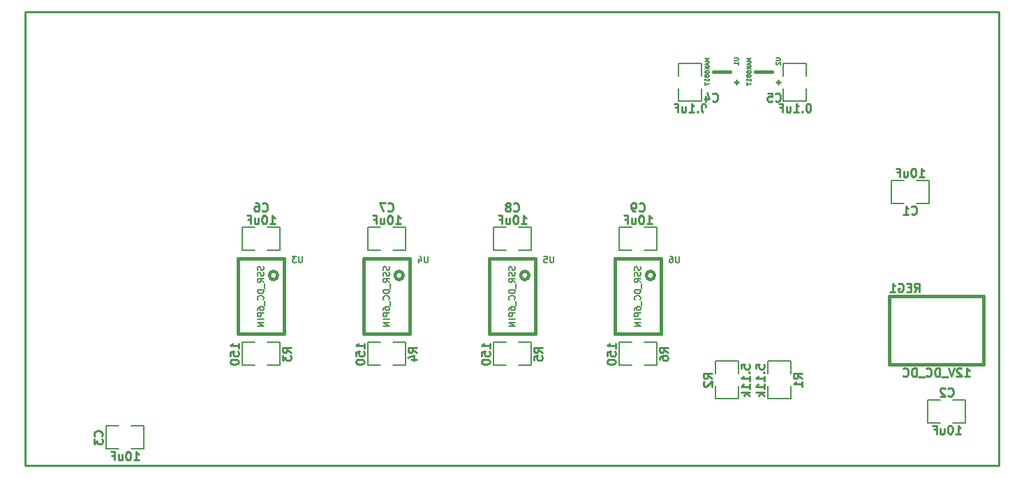
<source format=gbo>
G04 #@! TF.FileFunction,Legend,Bot*
%FSLAX46Y46*%
G04 Gerber Fmt 4.6, Leading zero omitted, Abs format (unit mm)*
G04 Created by KiCad (PCBNEW 0.201601280801+6517~42~ubuntu14.04.1-product) date Tue 09 Feb 2016 11:09:55 AM EST*
%MOMM*%
G01*
G04 APERTURE LIST*
%ADD10C,0.100000*%
%ADD11C,0.228600*%
%ADD12C,0.254000*%
%ADD13C,0.381000*%
%ADD14C,0.127000*%
%ADD15C,0.190500*%
%ADD16O,1.854200X2.540000*%
%ADD17R,1.854200X2.540000*%
%ADD18R,0.762000X1.534160*%
%ADD19R,1.270000X2.540000*%
%ADD20R,2.540000X1.270000*%
%ADD21C,1.930400*%
%ADD22O,4.572000X3.556000*%
%ADD23O,4.064000X5.080000*%
%ADD24O,5.080000X3.556000*%
%ADD25O,1.524000X2.540000*%
%ADD26C,3.937000*%
%ADD27O,2.540000X1.524000*%
%ADD28O,5.080000X3.048000*%
%ADD29O,2.032000X1.524000*%
%ADD30O,1.524000X2.032000*%
%ADD31O,4.648200X3.378200*%
%ADD32R,2.540000X2.540000*%
%ADD33O,2.540000X2.540000*%
%ADD34R,2.032000X2.032000*%
%ADD35C,2.032000*%
%ADD36R,2.032000X1.270000*%
%ADD37C,2.159000*%
G04 APERTURE END LIST*
D10*
D11*
X211455000Y-75311000D02*
X93345000Y-75311000D01*
X211455000Y-130429000D02*
X211455000Y-75311000D01*
X93345000Y-130429000D02*
X211455000Y-130429000D01*
X93345000Y-75311000D02*
X93345000Y-130429000D01*
D12*
X207270047Y-119585619D02*
X207850618Y-119585619D01*
X207560332Y-119585619D02*
X207560332Y-118569619D01*
X207657094Y-118714762D01*
X207753856Y-118811524D01*
X207850618Y-118859905D01*
X206882999Y-118666381D02*
X206834618Y-118618000D01*
X206737856Y-118569619D01*
X206495952Y-118569619D01*
X206399190Y-118618000D01*
X206350809Y-118666381D01*
X206302428Y-118763143D01*
X206302428Y-118859905D01*
X206350809Y-119005048D01*
X206931380Y-119585619D01*
X206302428Y-119585619D01*
X206012142Y-118569619D02*
X205673475Y-119585619D01*
X205334809Y-118569619D01*
X205238047Y-119682381D02*
X204463952Y-119682381D01*
X204222047Y-119585619D02*
X204222047Y-118569619D01*
X203980142Y-118569619D01*
X203835000Y-118618000D01*
X203738238Y-118714762D01*
X203689857Y-118811524D01*
X203641476Y-119005048D01*
X203641476Y-119150190D01*
X203689857Y-119343714D01*
X203738238Y-119440476D01*
X203835000Y-119537238D01*
X203980142Y-119585619D01*
X204222047Y-119585619D01*
X202625476Y-119488857D02*
X202673857Y-119537238D01*
X202819000Y-119585619D01*
X202915762Y-119585619D01*
X203060904Y-119537238D01*
X203157666Y-119440476D01*
X203206047Y-119343714D01*
X203254428Y-119150190D01*
X203254428Y-119005048D01*
X203206047Y-118811524D01*
X203157666Y-118714762D01*
X203060904Y-118618000D01*
X202915762Y-118569619D01*
X202819000Y-118569619D01*
X202673857Y-118618000D01*
X202625476Y-118666381D01*
X202431952Y-119682381D02*
X201657857Y-119682381D01*
X201415952Y-119585619D02*
X201415952Y-118569619D01*
X201174047Y-118569619D01*
X201028905Y-118618000D01*
X200932143Y-118714762D01*
X200883762Y-118811524D01*
X200835381Y-119005048D01*
X200835381Y-119150190D01*
X200883762Y-119343714D01*
X200932143Y-119440476D01*
X201028905Y-119537238D01*
X201174047Y-119585619D01*
X201415952Y-119585619D01*
X199819381Y-119488857D02*
X199867762Y-119537238D01*
X200012905Y-119585619D01*
X200109667Y-119585619D01*
X200254809Y-119537238D01*
X200351571Y-119440476D01*
X200399952Y-119343714D01*
X200448333Y-119150190D01*
X200448333Y-119005048D01*
X200399952Y-118811524D01*
X200351571Y-118714762D01*
X200254809Y-118618000D01*
X200109667Y-118569619D01*
X200012905Y-118569619D01*
X199867762Y-118618000D01*
X199819381Y-118666381D01*
D13*
X178816000Y-82550000D02*
X176784000Y-82550000D01*
D11*
X179578000Y-84074000D02*
X179578000Y-83566000D01*
X179832000Y-83820000D02*
X179324000Y-83820000D01*
D13*
X183896000Y-82550000D02*
X181864000Y-82550000D01*
D11*
X184658000Y-84074000D02*
X184658000Y-83566000D01*
X184912000Y-83820000D02*
X184404000Y-83820000D01*
D14*
X136398000Y-118237000D02*
X134874000Y-118237000D01*
X134874000Y-118237000D02*
X134874000Y-115443000D01*
X134874000Y-115443000D02*
X136398000Y-115443000D01*
X137922000Y-115443000D02*
X139446000Y-115443000D01*
X139446000Y-115443000D02*
X139446000Y-118237000D01*
X139446000Y-118237000D02*
X137922000Y-118237000D01*
X177038000Y-119253000D02*
X177038000Y-117729000D01*
X177038000Y-117729000D02*
X179832000Y-117729000D01*
X179832000Y-117729000D02*
X179832000Y-119253000D01*
X179832000Y-120777000D02*
X179832000Y-122301000D01*
X179832000Y-122301000D02*
X177038000Y-122301000D01*
X177038000Y-122301000D02*
X177038000Y-120777000D01*
X186182000Y-120777000D02*
X186182000Y-122301000D01*
X186182000Y-122301000D02*
X183388000Y-122301000D01*
X183388000Y-122301000D02*
X183388000Y-120777000D01*
X183388000Y-119253000D02*
X183388000Y-117729000D01*
X183388000Y-117729000D02*
X186182000Y-117729000D01*
X186182000Y-117729000D02*
X186182000Y-119253000D01*
X121158000Y-104267000D02*
X119634000Y-104267000D01*
X119634000Y-104267000D02*
X119634000Y-101473000D01*
X119634000Y-101473000D02*
X121158000Y-101473000D01*
X122682000Y-101473000D02*
X124206000Y-101473000D01*
X124206000Y-101473000D02*
X124206000Y-104267000D01*
X124206000Y-104267000D02*
X122682000Y-104267000D01*
X185293000Y-83058000D02*
X185293000Y-81534000D01*
X185293000Y-81534000D02*
X188087000Y-81534000D01*
X188087000Y-81534000D02*
X188087000Y-83058000D01*
X188087000Y-84582000D02*
X188087000Y-86106000D01*
X188087000Y-86106000D02*
X185293000Y-86106000D01*
X185293000Y-86106000D02*
X185293000Y-84582000D01*
X172593000Y-83058000D02*
X172593000Y-81534000D01*
X172593000Y-81534000D02*
X175387000Y-81534000D01*
X175387000Y-81534000D02*
X175387000Y-83058000D01*
X175387000Y-84582000D02*
X175387000Y-86106000D01*
X175387000Y-86106000D02*
X172593000Y-86106000D01*
X172593000Y-86106000D02*
X172593000Y-84582000D01*
X106172000Y-125603000D02*
X107696000Y-125603000D01*
X107696000Y-125603000D02*
X107696000Y-128397000D01*
X107696000Y-128397000D02*
X106172000Y-128397000D01*
X104648000Y-128397000D02*
X103124000Y-128397000D01*
X103124000Y-128397000D02*
X103124000Y-125603000D01*
X103124000Y-125603000D02*
X104648000Y-125603000D01*
X205867000Y-122428000D02*
X207391000Y-122428000D01*
X207391000Y-122428000D02*
X207391000Y-125222000D01*
X207391000Y-125222000D02*
X205867000Y-125222000D01*
X204343000Y-125222000D02*
X202819000Y-125222000D01*
X202819000Y-125222000D02*
X202819000Y-122428000D01*
X202819000Y-122428000D02*
X204343000Y-122428000D01*
X199898000Y-98552000D02*
X198374000Y-98552000D01*
X198374000Y-98552000D02*
X198374000Y-95758000D01*
X198374000Y-95758000D02*
X199898000Y-95758000D01*
X201422000Y-95758000D02*
X202946000Y-95758000D01*
X202946000Y-95758000D02*
X202946000Y-98552000D01*
X202946000Y-98552000D02*
X201422000Y-98552000D01*
D13*
X209550000Y-109855000D02*
X209550000Y-118110000D01*
X209550000Y-118110000D02*
X198120000Y-118110000D01*
X198120000Y-118110000D02*
X198120000Y-109855000D01*
X198120000Y-109855000D02*
X209550000Y-109855000D01*
D14*
X151638000Y-118237000D02*
X150114000Y-118237000D01*
X150114000Y-118237000D02*
X150114000Y-115443000D01*
X150114000Y-115443000D02*
X151638000Y-115443000D01*
X153162000Y-115443000D02*
X154686000Y-115443000D01*
X154686000Y-115443000D02*
X154686000Y-118237000D01*
X154686000Y-118237000D02*
X153162000Y-118237000D01*
X136398000Y-104267000D02*
X134874000Y-104267000D01*
X134874000Y-104267000D02*
X134874000Y-101473000D01*
X134874000Y-101473000D02*
X136398000Y-101473000D01*
X137922000Y-101473000D02*
X139446000Y-101473000D01*
X139446000Y-101473000D02*
X139446000Y-104267000D01*
X139446000Y-104267000D02*
X137922000Y-104267000D01*
X151638000Y-104267000D02*
X150114000Y-104267000D01*
X150114000Y-104267000D02*
X150114000Y-101473000D01*
X150114000Y-101473000D02*
X151638000Y-101473000D01*
X153162000Y-101473000D02*
X154686000Y-101473000D01*
X154686000Y-101473000D02*
X154686000Y-104267000D01*
X154686000Y-104267000D02*
X153162000Y-104267000D01*
X121158000Y-118237000D02*
X119634000Y-118237000D01*
X119634000Y-118237000D02*
X119634000Y-115443000D01*
X119634000Y-115443000D02*
X121158000Y-115443000D01*
X122682000Y-115443000D02*
X124206000Y-115443000D01*
X124206000Y-115443000D02*
X124206000Y-118237000D01*
X124206000Y-118237000D02*
X122682000Y-118237000D01*
X166878000Y-104267000D02*
X165354000Y-104267000D01*
X165354000Y-104267000D02*
X165354000Y-101473000D01*
X165354000Y-101473000D02*
X166878000Y-101473000D01*
X168402000Y-101473000D02*
X169926000Y-101473000D01*
X169926000Y-101473000D02*
X169926000Y-104267000D01*
X169926000Y-104267000D02*
X168402000Y-104267000D01*
X166878000Y-118237000D02*
X165354000Y-118237000D01*
X165354000Y-118237000D02*
X165354000Y-115443000D01*
X165354000Y-115443000D02*
X166878000Y-115443000D01*
X168402000Y-115443000D02*
X169926000Y-115443000D01*
X169926000Y-115443000D02*
X169926000Y-118237000D01*
X169926000Y-118237000D02*
X168402000Y-118237000D01*
D13*
X123952000Y-107315000D02*
G75*
G03X123952000Y-107315000I-508000J0D01*
G01*
X124714000Y-105283000D02*
X124714000Y-114427000D01*
X124714000Y-114427000D02*
X119126000Y-114427000D01*
X119126000Y-114427000D02*
X119126000Y-105283000D01*
X119126000Y-105283000D02*
X124714000Y-105283000D01*
X139192000Y-107315000D02*
G75*
G03X139192000Y-107315000I-508000J0D01*
G01*
X139954000Y-105283000D02*
X139954000Y-114427000D01*
X139954000Y-114427000D02*
X134366000Y-114427000D01*
X134366000Y-114427000D02*
X134366000Y-105283000D01*
X134366000Y-105283000D02*
X139954000Y-105283000D01*
X154432000Y-107315000D02*
G75*
G03X154432000Y-107315000I-508000J0D01*
G01*
X155194000Y-105283000D02*
X155194000Y-114427000D01*
X155194000Y-114427000D02*
X149606000Y-114427000D01*
X149606000Y-114427000D02*
X149606000Y-105283000D01*
X149606000Y-105283000D02*
X155194000Y-105283000D01*
X169672000Y-107315000D02*
G75*
G03X169672000Y-107315000I-508000J0D01*
G01*
X170434000Y-105283000D02*
X170434000Y-114427000D01*
X170434000Y-114427000D02*
X164846000Y-114427000D01*
X164846000Y-114427000D02*
X164846000Y-105283000D01*
X164846000Y-105283000D02*
X170434000Y-105283000D01*
D14*
X179299810Y-80892952D02*
X179711048Y-80892952D01*
X179759429Y-80917143D01*
X179783619Y-80941333D01*
X179807810Y-80989714D01*
X179807810Y-81086476D01*
X179783619Y-81134857D01*
X179759429Y-81159048D01*
X179711048Y-81183238D01*
X179299810Y-81183238D01*
X179807810Y-81691238D02*
X179807810Y-81400952D01*
X179807810Y-81546095D02*
X179299810Y-81546095D01*
X179372381Y-81497714D01*
X179420762Y-81449333D01*
X179444952Y-81400952D01*
X176251810Y-80953427D02*
X175743810Y-80953427D01*
X176106667Y-81122761D01*
X175743810Y-81292094D01*
X176251810Y-81292094D01*
X176106667Y-81509808D02*
X176106667Y-81751713D01*
X176251810Y-81461427D02*
X175743810Y-81630760D01*
X176251810Y-81800094D01*
X175743810Y-81921046D02*
X176251810Y-82259713D01*
X175743810Y-82259713D02*
X176251810Y-81921046D01*
X175743810Y-82670952D02*
X175743810Y-82574190D01*
X175768000Y-82525809D01*
X175792190Y-82501618D01*
X175864762Y-82453237D01*
X175961524Y-82429047D01*
X176155048Y-82429047D01*
X176203429Y-82453237D01*
X176227619Y-82477428D01*
X176251810Y-82525809D01*
X176251810Y-82622571D01*
X176227619Y-82670952D01*
X176203429Y-82695142D01*
X176155048Y-82719333D01*
X176034095Y-82719333D01*
X175985714Y-82695142D01*
X175961524Y-82670952D01*
X175937333Y-82622571D01*
X175937333Y-82525809D01*
X175961524Y-82477428D01*
X175985714Y-82453237D01*
X176034095Y-82429047D01*
X175961524Y-83009619D02*
X175937333Y-82961238D01*
X175913143Y-82937047D01*
X175864762Y-82912857D01*
X175840571Y-82912857D01*
X175792190Y-82937047D01*
X175768000Y-82961238D01*
X175743810Y-83009619D01*
X175743810Y-83106381D01*
X175768000Y-83154762D01*
X175792190Y-83178952D01*
X175840571Y-83203143D01*
X175864762Y-83203143D01*
X175913143Y-83178952D01*
X175937333Y-83154762D01*
X175961524Y-83106381D01*
X175961524Y-83009619D01*
X175985714Y-82961238D01*
X176009905Y-82937047D01*
X176058286Y-82912857D01*
X176155048Y-82912857D01*
X176203429Y-82937047D01*
X176227619Y-82961238D01*
X176251810Y-83009619D01*
X176251810Y-83106381D01*
X176227619Y-83154762D01*
X176203429Y-83178952D01*
X176155048Y-83203143D01*
X176058286Y-83203143D01*
X176009905Y-83178952D01*
X175985714Y-83154762D01*
X175961524Y-83106381D01*
X176251810Y-83686953D02*
X176251810Y-83396667D01*
X176251810Y-83541810D02*
X175743810Y-83541810D01*
X175816381Y-83493429D01*
X175864762Y-83445048D01*
X175888952Y-83396667D01*
X175743810Y-83856286D02*
X175743810Y-84194953D01*
X176251810Y-83977239D01*
X184379810Y-80892952D02*
X184791048Y-80892952D01*
X184839429Y-80917143D01*
X184863619Y-80941333D01*
X184887810Y-80989714D01*
X184887810Y-81086476D01*
X184863619Y-81134857D01*
X184839429Y-81159048D01*
X184791048Y-81183238D01*
X184379810Y-81183238D01*
X184428190Y-81400952D02*
X184404000Y-81425142D01*
X184379810Y-81473523D01*
X184379810Y-81594476D01*
X184404000Y-81642857D01*
X184428190Y-81667047D01*
X184476571Y-81691238D01*
X184524952Y-81691238D01*
X184597524Y-81667047D01*
X184887810Y-81376761D01*
X184887810Y-81691238D01*
X181331810Y-80953427D02*
X180823810Y-80953427D01*
X181186667Y-81122761D01*
X180823810Y-81292094D01*
X181331810Y-81292094D01*
X181186667Y-81509808D02*
X181186667Y-81751713D01*
X181331810Y-81461427D02*
X180823810Y-81630760D01*
X181331810Y-81800094D01*
X180823810Y-81921046D02*
X181331810Y-82259713D01*
X180823810Y-82259713D02*
X181331810Y-81921046D01*
X180823810Y-82670952D02*
X180823810Y-82574190D01*
X180848000Y-82525809D01*
X180872190Y-82501618D01*
X180944762Y-82453237D01*
X181041524Y-82429047D01*
X181235048Y-82429047D01*
X181283429Y-82453237D01*
X181307619Y-82477428D01*
X181331810Y-82525809D01*
X181331810Y-82622571D01*
X181307619Y-82670952D01*
X181283429Y-82695142D01*
X181235048Y-82719333D01*
X181114095Y-82719333D01*
X181065714Y-82695142D01*
X181041524Y-82670952D01*
X181017333Y-82622571D01*
X181017333Y-82525809D01*
X181041524Y-82477428D01*
X181065714Y-82453237D01*
X181114095Y-82429047D01*
X181041524Y-83009619D02*
X181017333Y-82961238D01*
X180993143Y-82937047D01*
X180944762Y-82912857D01*
X180920571Y-82912857D01*
X180872190Y-82937047D01*
X180848000Y-82961238D01*
X180823810Y-83009619D01*
X180823810Y-83106381D01*
X180848000Y-83154762D01*
X180872190Y-83178952D01*
X180920571Y-83203143D01*
X180944762Y-83203143D01*
X180993143Y-83178952D01*
X181017333Y-83154762D01*
X181041524Y-83106381D01*
X181041524Y-83009619D01*
X181065714Y-82961238D01*
X181089905Y-82937047D01*
X181138286Y-82912857D01*
X181235048Y-82912857D01*
X181283429Y-82937047D01*
X181307619Y-82961238D01*
X181331810Y-83009619D01*
X181331810Y-83106381D01*
X181307619Y-83154762D01*
X181283429Y-83178952D01*
X181235048Y-83203143D01*
X181138286Y-83203143D01*
X181089905Y-83178952D01*
X181065714Y-83154762D01*
X181041524Y-83106381D01*
X181331810Y-83686953D02*
X181331810Y-83396667D01*
X181331810Y-83541810D02*
X180823810Y-83541810D01*
X180896381Y-83493429D01*
X180944762Y-83445048D01*
X180968952Y-83396667D01*
X180823810Y-83856286D02*
X180823810Y-84194953D01*
X181331810Y-83977239D01*
D12*
X140794619Y-116670667D02*
X140310810Y-116332001D01*
X140794619Y-116090096D02*
X139778619Y-116090096D01*
X139778619Y-116477143D01*
X139827000Y-116573905D01*
X139875381Y-116622286D01*
X139972143Y-116670667D01*
X140117286Y-116670667D01*
X140214048Y-116622286D01*
X140262429Y-116573905D01*
X140310810Y-116477143D01*
X140310810Y-116090096D01*
X140117286Y-117541524D02*
X140794619Y-117541524D01*
X139730238Y-117299620D02*
X140455952Y-117057715D01*
X140455952Y-117686667D01*
X134444619Y-116162667D02*
X134444619Y-115582096D01*
X134444619Y-115872382D02*
X133428619Y-115872382D01*
X133573762Y-115775620D01*
X133670524Y-115678858D01*
X133718905Y-115582096D01*
X133428619Y-117081905D02*
X133428619Y-116598096D01*
X133912429Y-116549715D01*
X133864048Y-116598096D01*
X133815667Y-116694858D01*
X133815667Y-116936762D01*
X133864048Y-117033524D01*
X133912429Y-117081905D01*
X134009190Y-117130286D01*
X134251095Y-117130286D01*
X134347857Y-117081905D01*
X134396238Y-117033524D01*
X134444619Y-116936762D01*
X134444619Y-116694858D01*
X134396238Y-116598096D01*
X134347857Y-116549715D01*
X133428619Y-117759239D02*
X133428619Y-117856000D01*
X133477000Y-117952762D01*
X133525381Y-118001143D01*
X133622143Y-118049524D01*
X133815667Y-118097905D01*
X134057571Y-118097905D01*
X134251095Y-118049524D01*
X134347857Y-118001143D01*
X134396238Y-117952762D01*
X134444619Y-117856000D01*
X134444619Y-117759239D01*
X134396238Y-117662477D01*
X134347857Y-117614096D01*
X134251095Y-117565715D01*
X134057571Y-117517334D01*
X133815667Y-117517334D01*
X133622143Y-117565715D01*
X133525381Y-117614096D01*
X133477000Y-117662477D01*
X133428619Y-117759239D01*
X176608619Y-119845667D02*
X176124810Y-119507001D01*
X176608619Y-119265096D02*
X175592619Y-119265096D01*
X175592619Y-119652143D01*
X175641000Y-119748905D01*
X175689381Y-119797286D01*
X175786143Y-119845667D01*
X175931286Y-119845667D01*
X176028048Y-119797286D01*
X176076429Y-119748905D01*
X176124810Y-119652143D01*
X176124810Y-119265096D01*
X175689381Y-120232715D02*
X175641000Y-120281096D01*
X175592619Y-120377858D01*
X175592619Y-120619762D01*
X175641000Y-120716524D01*
X175689381Y-120764905D01*
X175786143Y-120813286D01*
X175882905Y-120813286D01*
X176028048Y-120764905D01*
X176608619Y-120184334D01*
X176608619Y-120813286D01*
X180164619Y-118636143D02*
X180164619Y-118152334D01*
X180648429Y-118103953D01*
X180600048Y-118152334D01*
X180551667Y-118249096D01*
X180551667Y-118491000D01*
X180600048Y-118587762D01*
X180648429Y-118636143D01*
X180745190Y-118684524D01*
X180987095Y-118684524D01*
X181083857Y-118636143D01*
X181132238Y-118587762D01*
X181180619Y-118491000D01*
X181180619Y-118249096D01*
X181132238Y-118152334D01*
X181083857Y-118103953D01*
X181083857Y-119119953D02*
X181132238Y-119168334D01*
X181180619Y-119119953D01*
X181132238Y-119071572D01*
X181083857Y-119119953D01*
X181180619Y-119119953D01*
X181180619Y-120135953D02*
X181180619Y-119555382D01*
X181180619Y-119845668D02*
X180164619Y-119845668D01*
X180309762Y-119748906D01*
X180406524Y-119652144D01*
X180454905Y-119555382D01*
X181180619Y-121103572D02*
X181180619Y-120523001D01*
X181180619Y-120813287D02*
X180164619Y-120813287D01*
X180309762Y-120716525D01*
X180406524Y-120619763D01*
X180454905Y-120523001D01*
X181180619Y-121539001D02*
X180164619Y-121539001D01*
X180793571Y-121635763D02*
X181180619Y-121926048D01*
X180503286Y-121926048D02*
X180890333Y-121539001D01*
X187530619Y-119845667D02*
X187046810Y-119507001D01*
X187530619Y-119265096D02*
X186514619Y-119265096D01*
X186514619Y-119652143D01*
X186563000Y-119748905D01*
X186611381Y-119797286D01*
X186708143Y-119845667D01*
X186853286Y-119845667D01*
X186950048Y-119797286D01*
X186998429Y-119748905D01*
X187046810Y-119652143D01*
X187046810Y-119265096D01*
X187530619Y-120813286D02*
X187530619Y-120232715D01*
X187530619Y-120523001D02*
X186514619Y-120523001D01*
X186659762Y-120426239D01*
X186756524Y-120329477D01*
X186804905Y-120232715D01*
X181942619Y-118636143D02*
X181942619Y-118152334D01*
X182426429Y-118103953D01*
X182378048Y-118152334D01*
X182329667Y-118249096D01*
X182329667Y-118491000D01*
X182378048Y-118587762D01*
X182426429Y-118636143D01*
X182523190Y-118684524D01*
X182765095Y-118684524D01*
X182861857Y-118636143D01*
X182910238Y-118587762D01*
X182958619Y-118491000D01*
X182958619Y-118249096D01*
X182910238Y-118152334D01*
X182861857Y-118103953D01*
X182861857Y-119119953D02*
X182910238Y-119168334D01*
X182958619Y-119119953D01*
X182910238Y-119071572D01*
X182861857Y-119119953D01*
X182958619Y-119119953D01*
X182958619Y-120135953D02*
X182958619Y-119555382D01*
X182958619Y-119845668D02*
X181942619Y-119845668D01*
X182087762Y-119748906D01*
X182184524Y-119652144D01*
X182232905Y-119555382D01*
X182958619Y-121103572D02*
X182958619Y-120523001D01*
X182958619Y-120813287D02*
X181942619Y-120813287D01*
X182087762Y-120716525D01*
X182184524Y-120619763D01*
X182232905Y-120523001D01*
X182958619Y-121539001D02*
X181942619Y-121539001D01*
X182571571Y-121635763D02*
X182958619Y-121926048D01*
X182281286Y-121926048D02*
X182668333Y-121539001D01*
X122089333Y-99422857D02*
X122137714Y-99471238D01*
X122282857Y-99519619D01*
X122379619Y-99519619D01*
X122524761Y-99471238D01*
X122621523Y-99374476D01*
X122669904Y-99277714D01*
X122718285Y-99084190D01*
X122718285Y-98939048D01*
X122669904Y-98745524D01*
X122621523Y-98648762D01*
X122524761Y-98552000D01*
X122379619Y-98503619D01*
X122282857Y-98503619D01*
X122137714Y-98552000D01*
X122089333Y-98600381D01*
X121218476Y-98503619D02*
X121411999Y-98503619D01*
X121508761Y-98552000D01*
X121557142Y-98600381D01*
X121653904Y-98745524D01*
X121702285Y-98939048D01*
X121702285Y-99326095D01*
X121653904Y-99422857D01*
X121605523Y-99471238D01*
X121508761Y-99519619D01*
X121315238Y-99519619D01*
X121218476Y-99471238D01*
X121170095Y-99422857D01*
X121121714Y-99326095D01*
X121121714Y-99084190D01*
X121170095Y-98987429D01*
X121218476Y-98939048D01*
X121315238Y-98890667D01*
X121508761Y-98890667D01*
X121605523Y-98939048D01*
X121653904Y-98987429D01*
X121702285Y-99084190D01*
X123008571Y-101043619D02*
X123589142Y-101043619D01*
X123298856Y-101043619D02*
X123298856Y-100027619D01*
X123395618Y-100172762D01*
X123492380Y-100269524D01*
X123589142Y-100317905D01*
X122379618Y-100027619D02*
X122282857Y-100027619D01*
X122186095Y-100076000D01*
X122137714Y-100124381D01*
X122089333Y-100221143D01*
X122040952Y-100414667D01*
X122040952Y-100656571D01*
X122089333Y-100850095D01*
X122137714Y-100946857D01*
X122186095Y-100995238D01*
X122282857Y-101043619D01*
X122379618Y-101043619D01*
X122476380Y-100995238D01*
X122524761Y-100946857D01*
X122573142Y-100850095D01*
X122621523Y-100656571D01*
X122621523Y-100414667D01*
X122573142Y-100221143D01*
X122524761Y-100124381D01*
X122476380Y-100076000D01*
X122379618Y-100027619D01*
X121170095Y-100366286D02*
X121170095Y-101043619D01*
X121605523Y-100366286D02*
X121605523Y-100898476D01*
X121557142Y-100995238D01*
X121460380Y-101043619D01*
X121315238Y-101043619D01*
X121218476Y-100995238D01*
X121170095Y-100946857D01*
X120347619Y-100511429D02*
X120686285Y-100511429D01*
X120686285Y-101043619D02*
X120686285Y-100027619D01*
X120202476Y-100027619D01*
X184319333Y-86087857D02*
X184367714Y-86136238D01*
X184512857Y-86184619D01*
X184609619Y-86184619D01*
X184754761Y-86136238D01*
X184851523Y-86039476D01*
X184899904Y-85942714D01*
X184948285Y-85749190D01*
X184948285Y-85604048D01*
X184899904Y-85410524D01*
X184851523Y-85313762D01*
X184754761Y-85217000D01*
X184609619Y-85168619D01*
X184512857Y-85168619D01*
X184367714Y-85217000D01*
X184319333Y-85265381D01*
X183400095Y-85168619D02*
X183883904Y-85168619D01*
X183932285Y-85652429D01*
X183883904Y-85604048D01*
X183787142Y-85555667D01*
X183545238Y-85555667D01*
X183448476Y-85604048D01*
X183400095Y-85652429D01*
X183351714Y-85749190D01*
X183351714Y-85991095D01*
X183400095Y-86087857D01*
X183448476Y-86136238D01*
X183545238Y-86184619D01*
X183787142Y-86184619D01*
X183883904Y-86136238D01*
X183932285Y-86087857D01*
X188359142Y-86438619D02*
X188262381Y-86438619D01*
X188165619Y-86487000D01*
X188117238Y-86535381D01*
X188068857Y-86632143D01*
X188020476Y-86825667D01*
X188020476Y-87067571D01*
X188068857Y-87261095D01*
X188117238Y-87357857D01*
X188165619Y-87406238D01*
X188262381Y-87454619D01*
X188359142Y-87454619D01*
X188455904Y-87406238D01*
X188504285Y-87357857D01*
X188552666Y-87261095D01*
X188601047Y-87067571D01*
X188601047Y-86825667D01*
X188552666Y-86632143D01*
X188504285Y-86535381D01*
X188455904Y-86487000D01*
X188359142Y-86438619D01*
X187585047Y-87357857D02*
X187536666Y-87406238D01*
X187585047Y-87454619D01*
X187633428Y-87406238D01*
X187585047Y-87357857D01*
X187585047Y-87454619D01*
X186569047Y-87454619D02*
X187149618Y-87454619D01*
X186859332Y-87454619D02*
X186859332Y-86438619D01*
X186956094Y-86583762D01*
X187052856Y-86680524D01*
X187149618Y-86728905D01*
X185698190Y-86777286D02*
X185698190Y-87454619D01*
X186133618Y-86777286D02*
X186133618Y-87309476D01*
X186085237Y-87406238D01*
X185988475Y-87454619D01*
X185843333Y-87454619D01*
X185746571Y-87406238D01*
X185698190Y-87357857D01*
X184875714Y-86922429D02*
X185214380Y-86922429D01*
X185214380Y-87454619D02*
X185214380Y-86438619D01*
X184730571Y-86438619D01*
X176699333Y-86087857D02*
X176747714Y-86136238D01*
X176892857Y-86184619D01*
X176989619Y-86184619D01*
X177134761Y-86136238D01*
X177231523Y-86039476D01*
X177279904Y-85942714D01*
X177328285Y-85749190D01*
X177328285Y-85604048D01*
X177279904Y-85410524D01*
X177231523Y-85313762D01*
X177134761Y-85217000D01*
X176989619Y-85168619D01*
X176892857Y-85168619D01*
X176747714Y-85217000D01*
X176699333Y-85265381D01*
X175828476Y-85507286D02*
X175828476Y-86184619D01*
X176070380Y-85120238D02*
X176312285Y-85845952D01*
X175683333Y-85845952D01*
X175659142Y-86438619D02*
X175562381Y-86438619D01*
X175465619Y-86487000D01*
X175417238Y-86535381D01*
X175368857Y-86632143D01*
X175320476Y-86825667D01*
X175320476Y-87067571D01*
X175368857Y-87261095D01*
X175417238Y-87357857D01*
X175465619Y-87406238D01*
X175562381Y-87454619D01*
X175659142Y-87454619D01*
X175755904Y-87406238D01*
X175804285Y-87357857D01*
X175852666Y-87261095D01*
X175901047Y-87067571D01*
X175901047Y-86825667D01*
X175852666Y-86632143D01*
X175804285Y-86535381D01*
X175755904Y-86487000D01*
X175659142Y-86438619D01*
X174885047Y-87357857D02*
X174836666Y-87406238D01*
X174885047Y-87454619D01*
X174933428Y-87406238D01*
X174885047Y-87357857D01*
X174885047Y-87454619D01*
X173869047Y-87454619D02*
X174449618Y-87454619D01*
X174159332Y-87454619D02*
X174159332Y-86438619D01*
X174256094Y-86583762D01*
X174352856Y-86680524D01*
X174449618Y-86728905D01*
X172998190Y-86777286D02*
X172998190Y-87454619D01*
X173433618Y-86777286D02*
X173433618Y-87309476D01*
X173385237Y-87406238D01*
X173288475Y-87454619D01*
X173143333Y-87454619D01*
X173046571Y-87406238D01*
X172998190Y-87357857D01*
X172175714Y-86922429D02*
X172514380Y-86922429D01*
X172514380Y-87454619D02*
X172514380Y-86438619D01*
X172030571Y-86438619D01*
X102597857Y-126830667D02*
X102646238Y-126782286D01*
X102694619Y-126637143D01*
X102694619Y-126540381D01*
X102646238Y-126395239D01*
X102549476Y-126298477D01*
X102452714Y-126250096D01*
X102259190Y-126201715D01*
X102114048Y-126201715D01*
X101920524Y-126250096D01*
X101823762Y-126298477D01*
X101727000Y-126395239D01*
X101678619Y-126540381D01*
X101678619Y-126637143D01*
X101727000Y-126782286D01*
X101775381Y-126830667D01*
X101678619Y-127169334D02*
X101678619Y-127798286D01*
X102065667Y-127459620D01*
X102065667Y-127604762D01*
X102114048Y-127701524D01*
X102162429Y-127749905D01*
X102259190Y-127798286D01*
X102501095Y-127798286D01*
X102597857Y-127749905D01*
X102646238Y-127701524D01*
X102694619Y-127604762D01*
X102694619Y-127314477D01*
X102646238Y-127217715D01*
X102597857Y-127169334D01*
X106498571Y-129745619D02*
X107079142Y-129745619D01*
X106788856Y-129745619D02*
X106788856Y-128729619D01*
X106885618Y-128874762D01*
X106982380Y-128971524D01*
X107079142Y-129019905D01*
X105869618Y-128729619D02*
X105772857Y-128729619D01*
X105676095Y-128778000D01*
X105627714Y-128826381D01*
X105579333Y-128923143D01*
X105530952Y-129116667D01*
X105530952Y-129358571D01*
X105579333Y-129552095D01*
X105627714Y-129648857D01*
X105676095Y-129697238D01*
X105772857Y-129745619D01*
X105869618Y-129745619D01*
X105966380Y-129697238D01*
X106014761Y-129648857D01*
X106063142Y-129552095D01*
X106111523Y-129358571D01*
X106111523Y-129116667D01*
X106063142Y-128923143D01*
X106014761Y-128826381D01*
X105966380Y-128778000D01*
X105869618Y-128729619D01*
X104660095Y-129068286D02*
X104660095Y-129745619D01*
X105095523Y-129068286D02*
X105095523Y-129600476D01*
X105047142Y-129697238D01*
X104950380Y-129745619D01*
X104805238Y-129745619D01*
X104708476Y-129697238D01*
X104660095Y-129648857D01*
X103837619Y-129213429D02*
X104176285Y-129213429D01*
X104176285Y-129745619D02*
X104176285Y-128729619D01*
X103692476Y-128729619D01*
X205274333Y-121901857D02*
X205322714Y-121950238D01*
X205467857Y-121998619D01*
X205564619Y-121998619D01*
X205709761Y-121950238D01*
X205806523Y-121853476D01*
X205854904Y-121756714D01*
X205903285Y-121563190D01*
X205903285Y-121418048D01*
X205854904Y-121224524D01*
X205806523Y-121127762D01*
X205709761Y-121031000D01*
X205564619Y-120982619D01*
X205467857Y-120982619D01*
X205322714Y-121031000D01*
X205274333Y-121079381D01*
X204887285Y-121079381D02*
X204838904Y-121031000D01*
X204742142Y-120982619D01*
X204500238Y-120982619D01*
X204403476Y-121031000D01*
X204355095Y-121079381D01*
X204306714Y-121176143D01*
X204306714Y-121272905D01*
X204355095Y-121418048D01*
X204935666Y-121998619D01*
X204306714Y-121998619D01*
X206193571Y-126570619D02*
X206774142Y-126570619D01*
X206483856Y-126570619D02*
X206483856Y-125554619D01*
X206580618Y-125699762D01*
X206677380Y-125796524D01*
X206774142Y-125844905D01*
X205564618Y-125554619D02*
X205467857Y-125554619D01*
X205371095Y-125603000D01*
X205322714Y-125651381D01*
X205274333Y-125748143D01*
X205225952Y-125941667D01*
X205225952Y-126183571D01*
X205274333Y-126377095D01*
X205322714Y-126473857D01*
X205371095Y-126522238D01*
X205467857Y-126570619D01*
X205564618Y-126570619D01*
X205661380Y-126522238D01*
X205709761Y-126473857D01*
X205758142Y-126377095D01*
X205806523Y-126183571D01*
X205806523Y-125941667D01*
X205758142Y-125748143D01*
X205709761Y-125651381D01*
X205661380Y-125603000D01*
X205564618Y-125554619D01*
X204355095Y-125893286D02*
X204355095Y-126570619D01*
X204790523Y-125893286D02*
X204790523Y-126425476D01*
X204742142Y-126522238D01*
X204645380Y-126570619D01*
X204500238Y-126570619D01*
X204403476Y-126522238D01*
X204355095Y-126473857D01*
X203532619Y-126038429D02*
X203871285Y-126038429D01*
X203871285Y-126570619D02*
X203871285Y-125554619D01*
X203387476Y-125554619D01*
X200829333Y-99803857D02*
X200877714Y-99852238D01*
X201022857Y-99900619D01*
X201119619Y-99900619D01*
X201264761Y-99852238D01*
X201361523Y-99755476D01*
X201409904Y-99658714D01*
X201458285Y-99465190D01*
X201458285Y-99320048D01*
X201409904Y-99126524D01*
X201361523Y-99029762D01*
X201264761Y-98933000D01*
X201119619Y-98884619D01*
X201022857Y-98884619D01*
X200877714Y-98933000D01*
X200829333Y-98981381D01*
X199861714Y-99900619D02*
X200442285Y-99900619D01*
X200151999Y-99900619D02*
X200151999Y-98884619D01*
X200248761Y-99029762D01*
X200345523Y-99126524D01*
X200442285Y-99174905D01*
X201748571Y-95328619D02*
X202329142Y-95328619D01*
X202038856Y-95328619D02*
X202038856Y-94312619D01*
X202135618Y-94457762D01*
X202232380Y-94554524D01*
X202329142Y-94602905D01*
X201119618Y-94312619D02*
X201022857Y-94312619D01*
X200926095Y-94361000D01*
X200877714Y-94409381D01*
X200829333Y-94506143D01*
X200780952Y-94699667D01*
X200780952Y-94941571D01*
X200829333Y-95135095D01*
X200877714Y-95231857D01*
X200926095Y-95280238D01*
X201022857Y-95328619D01*
X201119618Y-95328619D01*
X201216380Y-95280238D01*
X201264761Y-95231857D01*
X201313142Y-95135095D01*
X201361523Y-94941571D01*
X201361523Y-94699667D01*
X201313142Y-94506143D01*
X201264761Y-94409381D01*
X201216380Y-94361000D01*
X201119618Y-94312619D01*
X199910095Y-94651286D02*
X199910095Y-95328619D01*
X200345523Y-94651286D02*
X200345523Y-95183476D01*
X200297142Y-95280238D01*
X200200380Y-95328619D01*
X200055238Y-95328619D01*
X199958476Y-95280238D01*
X199910095Y-95231857D01*
X199087619Y-94796429D02*
X199426285Y-94796429D01*
X199426285Y-95328619D02*
X199426285Y-94312619D01*
X198942476Y-94312619D01*
X201161952Y-109298619D02*
X201500618Y-108814810D01*
X201742523Y-109298619D02*
X201742523Y-108282619D01*
X201355476Y-108282619D01*
X201258714Y-108331000D01*
X201210333Y-108379381D01*
X201161952Y-108476143D01*
X201161952Y-108621286D01*
X201210333Y-108718048D01*
X201258714Y-108766429D01*
X201355476Y-108814810D01*
X201742523Y-108814810D01*
X200726523Y-108766429D02*
X200387857Y-108766429D01*
X200242714Y-109298619D02*
X200726523Y-109298619D01*
X200726523Y-108282619D01*
X200242714Y-108282619D01*
X199275095Y-108331000D02*
X199371857Y-108282619D01*
X199517000Y-108282619D01*
X199662142Y-108331000D01*
X199758904Y-108427762D01*
X199807285Y-108524524D01*
X199855666Y-108718048D01*
X199855666Y-108863190D01*
X199807285Y-109056714D01*
X199758904Y-109153476D01*
X199662142Y-109250238D01*
X199517000Y-109298619D01*
X199420238Y-109298619D01*
X199275095Y-109250238D01*
X199226714Y-109201857D01*
X199226714Y-108863190D01*
X199420238Y-108863190D01*
X198259095Y-109298619D02*
X198839666Y-109298619D01*
X198549380Y-109298619D02*
X198549380Y-108282619D01*
X198646142Y-108427762D01*
X198742904Y-108524524D01*
X198839666Y-108572905D01*
X156034619Y-116670667D02*
X155550810Y-116332001D01*
X156034619Y-116090096D02*
X155018619Y-116090096D01*
X155018619Y-116477143D01*
X155067000Y-116573905D01*
X155115381Y-116622286D01*
X155212143Y-116670667D01*
X155357286Y-116670667D01*
X155454048Y-116622286D01*
X155502429Y-116573905D01*
X155550810Y-116477143D01*
X155550810Y-116090096D01*
X155018619Y-117589905D02*
X155018619Y-117106096D01*
X155502429Y-117057715D01*
X155454048Y-117106096D01*
X155405667Y-117202858D01*
X155405667Y-117444762D01*
X155454048Y-117541524D01*
X155502429Y-117589905D01*
X155599190Y-117638286D01*
X155841095Y-117638286D01*
X155937857Y-117589905D01*
X155986238Y-117541524D01*
X156034619Y-117444762D01*
X156034619Y-117202858D01*
X155986238Y-117106096D01*
X155937857Y-117057715D01*
X149684619Y-116162667D02*
X149684619Y-115582096D01*
X149684619Y-115872382D02*
X148668619Y-115872382D01*
X148813762Y-115775620D01*
X148910524Y-115678858D01*
X148958905Y-115582096D01*
X148668619Y-117081905D02*
X148668619Y-116598096D01*
X149152429Y-116549715D01*
X149104048Y-116598096D01*
X149055667Y-116694858D01*
X149055667Y-116936762D01*
X149104048Y-117033524D01*
X149152429Y-117081905D01*
X149249190Y-117130286D01*
X149491095Y-117130286D01*
X149587857Y-117081905D01*
X149636238Y-117033524D01*
X149684619Y-116936762D01*
X149684619Y-116694858D01*
X149636238Y-116598096D01*
X149587857Y-116549715D01*
X148668619Y-117759239D02*
X148668619Y-117856000D01*
X148717000Y-117952762D01*
X148765381Y-118001143D01*
X148862143Y-118049524D01*
X149055667Y-118097905D01*
X149297571Y-118097905D01*
X149491095Y-118049524D01*
X149587857Y-118001143D01*
X149636238Y-117952762D01*
X149684619Y-117856000D01*
X149684619Y-117759239D01*
X149636238Y-117662477D01*
X149587857Y-117614096D01*
X149491095Y-117565715D01*
X149297571Y-117517334D01*
X149055667Y-117517334D01*
X148862143Y-117565715D01*
X148765381Y-117614096D01*
X148717000Y-117662477D01*
X148668619Y-117759239D01*
X137329333Y-99422857D02*
X137377714Y-99471238D01*
X137522857Y-99519619D01*
X137619619Y-99519619D01*
X137764761Y-99471238D01*
X137861523Y-99374476D01*
X137909904Y-99277714D01*
X137958285Y-99084190D01*
X137958285Y-98939048D01*
X137909904Y-98745524D01*
X137861523Y-98648762D01*
X137764761Y-98552000D01*
X137619619Y-98503619D01*
X137522857Y-98503619D01*
X137377714Y-98552000D01*
X137329333Y-98600381D01*
X136990666Y-98503619D02*
X136313333Y-98503619D01*
X136748761Y-99519619D01*
X138248571Y-101043619D02*
X138829142Y-101043619D01*
X138538856Y-101043619D02*
X138538856Y-100027619D01*
X138635618Y-100172762D01*
X138732380Y-100269524D01*
X138829142Y-100317905D01*
X137619618Y-100027619D02*
X137522857Y-100027619D01*
X137426095Y-100076000D01*
X137377714Y-100124381D01*
X137329333Y-100221143D01*
X137280952Y-100414667D01*
X137280952Y-100656571D01*
X137329333Y-100850095D01*
X137377714Y-100946857D01*
X137426095Y-100995238D01*
X137522857Y-101043619D01*
X137619618Y-101043619D01*
X137716380Y-100995238D01*
X137764761Y-100946857D01*
X137813142Y-100850095D01*
X137861523Y-100656571D01*
X137861523Y-100414667D01*
X137813142Y-100221143D01*
X137764761Y-100124381D01*
X137716380Y-100076000D01*
X137619618Y-100027619D01*
X136410095Y-100366286D02*
X136410095Y-101043619D01*
X136845523Y-100366286D02*
X136845523Y-100898476D01*
X136797142Y-100995238D01*
X136700380Y-101043619D01*
X136555238Y-101043619D01*
X136458476Y-100995238D01*
X136410095Y-100946857D01*
X135587619Y-100511429D02*
X135926285Y-100511429D01*
X135926285Y-101043619D02*
X135926285Y-100027619D01*
X135442476Y-100027619D01*
X152569333Y-99422857D02*
X152617714Y-99471238D01*
X152762857Y-99519619D01*
X152859619Y-99519619D01*
X153004761Y-99471238D01*
X153101523Y-99374476D01*
X153149904Y-99277714D01*
X153198285Y-99084190D01*
X153198285Y-98939048D01*
X153149904Y-98745524D01*
X153101523Y-98648762D01*
X153004761Y-98552000D01*
X152859619Y-98503619D01*
X152762857Y-98503619D01*
X152617714Y-98552000D01*
X152569333Y-98600381D01*
X151988761Y-98939048D02*
X152085523Y-98890667D01*
X152133904Y-98842286D01*
X152182285Y-98745524D01*
X152182285Y-98697143D01*
X152133904Y-98600381D01*
X152085523Y-98552000D01*
X151988761Y-98503619D01*
X151795238Y-98503619D01*
X151698476Y-98552000D01*
X151650095Y-98600381D01*
X151601714Y-98697143D01*
X151601714Y-98745524D01*
X151650095Y-98842286D01*
X151698476Y-98890667D01*
X151795238Y-98939048D01*
X151988761Y-98939048D01*
X152085523Y-98987429D01*
X152133904Y-99035810D01*
X152182285Y-99132571D01*
X152182285Y-99326095D01*
X152133904Y-99422857D01*
X152085523Y-99471238D01*
X151988761Y-99519619D01*
X151795238Y-99519619D01*
X151698476Y-99471238D01*
X151650095Y-99422857D01*
X151601714Y-99326095D01*
X151601714Y-99132571D01*
X151650095Y-99035810D01*
X151698476Y-98987429D01*
X151795238Y-98939048D01*
X153488571Y-101043619D02*
X154069142Y-101043619D01*
X153778856Y-101043619D02*
X153778856Y-100027619D01*
X153875618Y-100172762D01*
X153972380Y-100269524D01*
X154069142Y-100317905D01*
X152859618Y-100027619D02*
X152762857Y-100027619D01*
X152666095Y-100076000D01*
X152617714Y-100124381D01*
X152569333Y-100221143D01*
X152520952Y-100414667D01*
X152520952Y-100656571D01*
X152569333Y-100850095D01*
X152617714Y-100946857D01*
X152666095Y-100995238D01*
X152762857Y-101043619D01*
X152859618Y-101043619D01*
X152956380Y-100995238D01*
X153004761Y-100946857D01*
X153053142Y-100850095D01*
X153101523Y-100656571D01*
X153101523Y-100414667D01*
X153053142Y-100221143D01*
X153004761Y-100124381D01*
X152956380Y-100076000D01*
X152859618Y-100027619D01*
X151650095Y-100366286D02*
X151650095Y-101043619D01*
X152085523Y-100366286D02*
X152085523Y-100898476D01*
X152037142Y-100995238D01*
X151940380Y-101043619D01*
X151795238Y-101043619D01*
X151698476Y-100995238D01*
X151650095Y-100946857D01*
X150827619Y-100511429D02*
X151166285Y-100511429D01*
X151166285Y-101043619D02*
X151166285Y-100027619D01*
X150682476Y-100027619D01*
X125554619Y-116670667D02*
X125070810Y-116332001D01*
X125554619Y-116090096D02*
X124538619Y-116090096D01*
X124538619Y-116477143D01*
X124587000Y-116573905D01*
X124635381Y-116622286D01*
X124732143Y-116670667D01*
X124877286Y-116670667D01*
X124974048Y-116622286D01*
X125022429Y-116573905D01*
X125070810Y-116477143D01*
X125070810Y-116090096D01*
X124538619Y-117009334D02*
X124538619Y-117638286D01*
X124925667Y-117299620D01*
X124925667Y-117444762D01*
X124974048Y-117541524D01*
X125022429Y-117589905D01*
X125119190Y-117638286D01*
X125361095Y-117638286D01*
X125457857Y-117589905D01*
X125506238Y-117541524D01*
X125554619Y-117444762D01*
X125554619Y-117154477D01*
X125506238Y-117057715D01*
X125457857Y-117009334D01*
X119204619Y-116162667D02*
X119204619Y-115582096D01*
X119204619Y-115872382D02*
X118188619Y-115872382D01*
X118333762Y-115775620D01*
X118430524Y-115678858D01*
X118478905Y-115582096D01*
X118188619Y-117081905D02*
X118188619Y-116598096D01*
X118672429Y-116549715D01*
X118624048Y-116598096D01*
X118575667Y-116694858D01*
X118575667Y-116936762D01*
X118624048Y-117033524D01*
X118672429Y-117081905D01*
X118769190Y-117130286D01*
X119011095Y-117130286D01*
X119107857Y-117081905D01*
X119156238Y-117033524D01*
X119204619Y-116936762D01*
X119204619Y-116694858D01*
X119156238Y-116598096D01*
X119107857Y-116549715D01*
X118188619Y-117759239D02*
X118188619Y-117856000D01*
X118237000Y-117952762D01*
X118285381Y-118001143D01*
X118382143Y-118049524D01*
X118575667Y-118097905D01*
X118817571Y-118097905D01*
X119011095Y-118049524D01*
X119107857Y-118001143D01*
X119156238Y-117952762D01*
X119204619Y-117856000D01*
X119204619Y-117759239D01*
X119156238Y-117662477D01*
X119107857Y-117614096D01*
X119011095Y-117565715D01*
X118817571Y-117517334D01*
X118575667Y-117517334D01*
X118382143Y-117565715D01*
X118285381Y-117614096D01*
X118237000Y-117662477D01*
X118188619Y-117759239D01*
X167809333Y-99422857D02*
X167857714Y-99471238D01*
X168002857Y-99519619D01*
X168099619Y-99519619D01*
X168244761Y-99471238D01*
X168341523Y-99374476D01*
X168389904Y-99277714D01*
X168438285Y-99084190D01*
X168438285Y-98939048D01*
X168389904Y-98745524D01*
X168341523Y-98648762D01*
X168244761Y-98552000D01*
X168099619Y-98503619D01*
X168002857Y-98503619D01*
X167857714Y-98552000D01*
X167809333Y-98600381D01*
X167325523Y-99519619D02*
X167131999Y-99519619D01*
X167035238Y-99471238D01*
X166986857Y-99422857D01*
X166890095Y-99277714D01*
X166841714Y-99084190D01*
X166841714Y-98697143D01*
X166890095Y-98600381D01*
X166938476Y-98552000D01*
X167035238Y-98503619D01*
X167228761Y-98503619D01*
X167325523Y-98552000D01*
X167373904Y-98600381D01*
X167422285Y-98697143D01*
X167422285Y-98939048D01*
X167373904Y-99035810D01*
X167325523Y-99084190D01*
X167228761Y-99132571D01*
X167035238Y-99132571D01*
X166938476Y-99084190D01*
X166890095Y-99035810D01*
X166841714Y-98939048D01*
X168728571Y-101043619D02*
X169309142Y-101043619D01*
X169018856Y-101043619D02*
X169018856Y-100027619D01*
X169115618Y-100172762D01*
X169212380Y-100269524D01*
X169309142Y-100317905D01*
X168099618Y-100027619D02*
X168002857Y-100027619D01*
X167906095Y-100076000D01*
X167857714Y-100124381D01*
X167809333Y-100221143D01*
X167760952Y-100414667D01*
X167760952Y-100656571D01*
X167809333Y-100850095D01*
X167857714Y-100946857D01*
X167906095Y-100995238D01*
X168002857Y-101043619D01*
X168099618Y-101043619D01*
X168196380Y-100995238D01*
X168244761Y-100946857D01*
X168293142Y-100850095D01*
X168341523Y-100656571D01*
X168341523Y-100414667D01*
X168293142Y-100221143D01*
X168244761Y-100124381D01*
X168196380Y-100076000D01*
X168099618Y-100027619D01*
X166890095Y-100366286D02*
X166890095Y-101043619D01*
X167325523Y-100366286D02*
X167325523Y-100898476D01*
X167277142Y-100995238D01*
X167180380Y-101043619D01*
X167035238Y-101043619D01*
X166938476Y-100995238D01*
X166890095Y-100946857D01*
X166067619Y-100511429D02*
X166406285Y-100511429D01*
X166406285Y-101043619D02*
X166406285Y-100027619D01*
X165922476Y-100027619D01*
X171274619Y-116670667D02*
X170790810Y-116332001D01*
X171274619Y-116090096D02*
X170258619Y-116090096D01*
X170258619Y-116477143D01*
X170307000Y-116573905D01*
X170355381Y-116622286D01*
X170452143Y-116670667D01*
X170597286Y-116670667D01*
X170694048Y-116622286D01*
X170742429Y-116573905D01*
X170790810Y-116477143D01*
X170790810Y-116090096D01*
X170258619Y-117541524D02*
X170258619Y-117348001D01*
X170307000Y-117251239D01*
X170355381Y-117202858D01*
X170500524Y-117106096D01*
X170694048Y-117057715D01*
X171081095Y-117057715D01*
X171177857Y-117106096D01*
X171226238Y-117154477D01*
X171274619Y-117251239D01*
X171274619Y-117444762D01*
X171226238Y-117541524D01*
X171177857Y-117589905D01*
X171081095Y-117638286D01*
X170839190Y-117638286D01*
X170742429Y-117589905D01*
X170694048Y-117541524D01*
X170645667Y-117444762D01*
X170645667Y-117251239D01*
X170694048Y-117154477D01*
X170742429Y-117106096D01*
X170839190Y-117057715D01*
X164924619Y-116162667D02*
X164924619Y-115582096D01*
X164924619Y-115872382D02*
X163908619Y-115872382D01*
X164053762Y-115775620D01*
X164150524Y-115678858D01*
X164198905Y-115582096D01*
X163908619Y-117081905D02*
X163908619Y-116598096D01*
X164392429Y-116549715D01*
X164344048Y-116598096D01*
X164295667Y-116694858D01*
X164295667Y-116936762D01*
X164344048Y-117033524D01*
X164392429Y-117081905D01*
X164489190Y-117130286D01*
X164731095Y-117130286D01*
X164827857Y-117081905D01*
X164876238Y-117033524D01*
X164924619Y-116936762D01*
X164924619Y-116694858D01*
X164876238Y-116598096D01*
X164827857Y-116549715D01*
X163908619Y-117759239D02*
X163908619Y-117856000D01*
X163957000Y-117952762D01*
X164005381Y-118001143D01*
X164102143Y-118049524D01*
X164295667Y-118097905D01*
X164537571Y-118097905D01*
X164731095Y-118049524D01*
X164827857Y-118001143D01*
X164876238Y-117952762D01*
X164924619Y-117856000D01*
X164924619Y-117759239D01*
X164876238Y-117662477D01*
X164827857Y-117614096D01*
X164731095Y-117565715D01*
X164537571Y-117517334D01*
X164295667Y-117517334D01*
X164102143Y-117565715D01*
X164005381Y-117614096D01*
X163957000Y-117662477D01*
X163908619Y-117759239D01*
D15*
X126945571Y-104992714D02*
X126945571Y-105609571D01*
X126909286Y-105682143D01*
X126873000Y-105718429D01*
X126800429Y-105754714D01*
X126655286Y-105754714D01*
X126582714Y-105718429D01*
X126546429Y-105682143D01*
X126510143Y-105609571D01*
X126510143Y-104992714D01*
X126219857Y-104992714D02*
X125748143Y-104992714D01*
X126002143Y-105283000D01*
X125893285Y-105283000D01*
X125820714Y-105319286D01*
X125784428Y-105355571D01*
X125748143Y-105428143D01*
X125748143Y-105609571D01*
X125784428Y-105682143D01*
X125820714Y-105718429D01*
X125893285Y-105754714D01*
X126111000Y-105754714D01*
X126183571Y-105718429D01*
X126219857Y-105682143D01*
X122228429Y-106226430D02*
X122264714Y-106335287D01*
X122264714Y-106516716D01*
X122228429Y-106589287D01*
X122192143Y-106625573D01*
X122119571Y-106661858D01*
X122047000Y-106661858D01*
X121974429Y-106625573D01*
X121938143Y-106589287D01*
X121901857Y-106516716D01*
X121865571Y-106371573D01*
X121829286Y-106299001D01*
X121793000Y-106262716D01*
X121720429Y-106226430D01*
X121647857Y-106226430D01*
X121575286Y-106262716D01*
X121539000Y-106299001D01*
X121502714Y-106371573D01*
X121502714Y-106553001D01*
X121539000Y-106661858D01*
X122228429Y-106952144D02*
X122264714Y-107061001D01*
X122264714Y-107242430D01*
X122228429Y-107315001D01*
X122192143Y-107351287D01*
X122119571Y-107387572D01*
X122047000Y-107387572D01*
X121974429Y-107351287D01*
X121938143Y-107315001D01*
X121901857Y-107242430D01*
X121865571Y-107097287D01*
X121829286Y-107024715D01*
X121793000Y-106988430D01*
X121720429Y-106952144D01*
X121647857Y-106952144D01*
X121575286Y-106988430D01*
X121539000Y-107024715D01*
X121502714Y-107097287D01*
X121502714Y-107278715D01*
X121539000Y-107387572D01*
X122264714Y-108149572D02*
X121901857Y-107895572D01*
X122264714Y-107714144D02*
X121502714Y-107714144D01*
X121502714Y-108004429D01*
X121539000Y-108077001D01*
X121575286Y-108113286D01*
X121647857Y-108149572D01*
X121756714Y-108149572D01*
X121829286Y-108113286D01*
X121865571Y-108077001D01*
X121901857Y-108004429D01*
X121901857Y-107714144D01*
X122337286Y-108294715D02*
X122337286Y-108875286D01*
X122264714Y-109056715D02*
X121502714Y-109056715D01*
X121502714Y-109238143D01*
X121539000Y-109347000D01*
X121611571Y-109419572D01*
X121684143Y-109455857D01*
X121829286Y-109492143D01*
X121938143Y-109492143D01*
X122083286Y-109455857D01*
X122155857Y-109419572D01*
X122228429Y-109347000D01*
X122264714Y-109238143D01*
X122264714Y-109056715D01*
X122192143Y-110254143D02*
X122228429Y-110217857D01*
X122264714Y-110109000D01*
X122264714Y-110036429D01*
X122228429Y-109927572D01*
X122155857Y-109855000D01*
X122083286Y-109818715D01*
X121938143Y-109782429D01*
X121829286Y-109782429D01*
X121684143Y-109818715D01*
X121611571Y-109855000D01*
X121539000Y-109927572D01*
X121502714Y-110036429D01*
X121502714Y-110109000D01*
X121539000Y-110217857D01*
X121575286Y-110254143D01*
X122337286Y-110399286D02*
X122337286Y-110979857D01*
X121502714Y-111487857D02*
X121502714Y-111342714D01*
X121539000Y-111270143D01*
X121575286Y-111233857D01*
X121684143Y-111161286D01*
X121829286Y-111125000D01*
X122119571Y-111125000D01*
X122192143Y-111161286D01*
X122228429Y-111197571D01*
X122264714Y-111270143D01*
X122264714Y-111415286D01*
X122228429Y-111487857D01*
X122192143Y-111524143D01*
X122119571Y-111560428D01*
X121938143Y-111560428D01*
X121865571Y-111524143D01*
X121829286Y-111487857D01*
X121793000Y-111415286D01*
X121793000Y-111270143D01*
X121829286Y-111197571D01*
X121865571Y-111161286D01*
X121938143Y-111125000D01*
X122264714Y-111887000D02*
X121502714Y-111887000D01*
X121502714Y-112177285D01*
X121539000Y-112249857D01*
X121575286Y-112286142D01*
X121647857Y-112322428D01*
X121756714Y-112322428D01*
X121829286Y-112286142D01*
X121865571Y-112249857D01*
X121901857Y-112177285D01*
X121901857Y-111887000D01*
X122264714Y-112649000D02*
X121502714Y-112649000D01*
X122264714Y-113011857D02*
X121502714Y-113011857D01*
X122264714Y-113447285D01*
X121502714Y-113447285D01*
X142185571Y-104992714D02*
X142185571Y-105609571D01*
X142149286Y-105682143D01*
X142113000Y-105718429D01*
X142040429Y-105754714D01*
X141895286Y-105754714D01*
X141822714Y-105718429D01*
X141786429Y-105682143D01*
X141750143Y-105609571D01*
X141750143Y-104992714D01*
X141060714Y-105246714D02*
X141060714Y-105754714D01*
X141242143Y-104956429D02*
X141423571Y-105500714D01*
X140951857Y-105500714D01*
X137468429Y-106226430D02*
X137504714Y-106335287D01*
X137504714Y-106516716D01*
X137468429Y-106589287D01*
X137432143Y-106625573D01*
X137359571Y-106661858D01*
X137287000Y-106661858D01*
X137214429Y-106625573D01*
X137178143Y-106589287D01*
X137141857Y-106516716D01*
X137105571Y-106371573D01*
X137069286Y-106299001D01*
X137033000Y-106262716D01*
X136960429Y-106226430D01*
X136887857Y-106226430D01*
X136815286Y-106262716D01*
X136779000Y-106299001D01*
X136742714Y-106371573D01*
X136742714Y-106553001D01*
X136779000Y-106661858D01*
X137468429Y-106952144D02*
X137504714Y-107061001D01*
X137504714Y-107242430D01*
X137468429Y-107315001D01*
X137432143Y-107351287D01*
X137359571Y-107387572D01*
X137287000Y-107387572D01*
X137214429Y-107351287D01*
X137178143Y-107315001D01*
X137141857Y-107242430D01*
X137105571Y-107097287D01*
X137069286Y-107024715D01*
X137033000Y-106988430D01*
X136960429Y-106952144D01*
X136887857Y-106952144D01*
X136815286Y-106988430D01*
X136779000Y-107024715D01*
X136742714Y-107097287D01*
X136742714Y-107278715D01*
X136779000Y-107387572D01*
X137504714Y-108149572D02*
X137141857Y-107895572D01*
X137504714Y-107714144D02*
X136742714Y-107714144D01*
X136742714Y-108004429D01*
X136779000Y-108077001D01*
X136815286Y-108113286D01*
X136887857Y-108149572D01*
X136996714Y-108149572D01*
X137069286Y-108113286D01*
X137105571Y-108077001D01*
X137141857Y-108004429D01*
X137141857Y-107714144D01*
X137577286Y-108294715D02*
X137577286Y-108875286D01*
X137504714Y-109056715D02*
X136742714Y-109056715D01*
X136742714Y-109238143D01*
X136779000Y-109347000D01*
X136851571Y-109419572D01*
X136924143Y-109455857D01*
X137069286Y-109492143D01*
X137178143Y-109492143D01*
X137323286Y-109455857D01*
X137395857Y-109419572D01*
X137468429Y-109347000D01*
X137504714Y-109238143D01*
X137504714Y-109056715D01*
X137432143Y-110254143D02*
X137468429Y-110217857D01*
X137504714Y-110109000D01*
X137504714Y-110036429D01*
X137468429Y-109927572D01*
X137395857Y-109855000D01*
X137323286Y-109818715D01*
X137178143Y-109782429D01*
X137069286Y-109782429D01*
X136924143Y-109818715D01*
X136851571Y-109855000D01*
X136779000Y-109927572D01*
X136742714Y-110036429D01*
X136742714Y-110109000D01*
X136779000Y-110217857D01*
X136815286Y-110254143D01*
X137577286Y-110399286D02*
X137577286Y-110979857D01*
X136742714Y-111487857D02*
X136742714Y-111342714D01*
X136779000Y-111270143D01*
X136815286Y-111233857D01*
X136924143Y-111161286D01*
X137069286Y-111125000D01*
X137359571Y-111125000D01*
X137432143Y-111161286D01*
X137468429Y-111197571D01*
X137504714Y-111270143D01*
X137504714Y-111415286D01*
X137468429Y-111487857D01*
X137432143Y-111524143D01*
X137359571Y-111560428D01*
X137178143Y-111560428D01*
X137105571Y-111524143D01*
X137069286Y-111487857D01*
X137033000Y-111415286D01*
X137033000Y-111270143D01*
X137069286Y-111197571D01*
X137105571Y-111161286D01*
X137178143Y-111125000D01*
X137504714Y-111887000D02*
X136742714Y-111887000D01*
X136742714Y-112177285D01*
X136779000Y-112249857D01*
X136815286Y-112286142D01*
X136887857Y-112322428D01*
X136996714Y-112322428D01*
X137069286Y-112286142D01*
X137105571Y-112249857D01*
X137141857Y-112177285D01*
X137141857Y-111887000D01*
X137504714Y-112649000D02*
X136742714Y-112649000D01*
X137504714Y-113011857D02*
X136742714Y-113011857D01*
X137504714Y-113447285D01*
X136742714Y-113447285D01*
X157425571Y-104992714D02*
X157425571Y-105609571D01*
X157389286Y-105682143D01*
X157353000Y-105718429D01*
X157280429Y-105754714D01*
X157135286Y-105754714D01*
X157062714Y-105718429D01*
X157026429Y-105682143D01*
X156990143Y-105609571D01*
X156990143Y-104992714D01*
X156264428Y-104992714D02*
X156627285Y-104992714D01*
X156663571Y-105355571D01*
X156627285Y-105319286D01*
X156554714Y-105283000D01*
X156373285Y-105283000D01*
X156300714Y-105319286D01*
X156264428Y-105355571D01*
X156228143Y-105428143D01*
X156228143Y-105609571D01*
X156264428Y-105682143D01*
X156300714Y-105718429D01*
X156373285Y-105754714D01*
X156554714Y-105754714D01*
X156627285Y-105718429D01*
X156663571Y-105682143D01*
X152708429Y-106226430D02*
X152744714Y-106335287D01*
X152744714Y-106516716D01*
X152708429Y-106589287D01*
X152672143Y-106625573D01*
X152599571Y-106661858D01*
X152527000Y-106661858D01*
X152454429Y-106625573D01*
X152418143Y-106589287D01*
X152381857Y-106516716D01*
X152345571Y-106371573D01*
X152309286Y-106299001D01*
X152273000Y-106262716D01*
X152200429Y-106226430D01*
X152127857Y-106226430D01*
X152055286Y-106262716D01*
X152019000Y-106299001D01*
X151982714Y-106371573D01*
X151982714Y-106553001D01*
X152019000Y-106661858D01*
X152708429Y-106952144D02*
X152744714Y-107061001D01*
X152744714Y-107242430D01*
X152708429Y-107315001D01*
X152672143Y-107351287D01*
X152599571Y-107387572D01*
X152527000Y-107387572D01*
X152454429Y-107351287D01*
X152418143Y-107315001D01*
X152381857Y-107242430D01*
X152345571Y-107097287D01*
X152309286Y-107024715D01*
X152273000Y-106988430D01*
X152200429Y-106952144D01*
X152127857Y-106952144D01*
X152055286Y-106988430D01*
X152019000Y-107024715D01*
X151982714Y-107097287D01*
X151982714Y-107278715D01*
X152019000Y-107387572D01*
X152744714Y-108149572D02*
X152381857Y-107895572D01*
X152744714Y-107714144D02*
X151982714Y-107714144D01*
X151982714Y-108004429D01*
X152019000Y-108077001D01*
X152055286Y-108113286D01*
X152127857Y-108149572D01*
X152236714Y-108149572D01*
X152309286Y-108113286D01*
X152345571Y-108077001D01*
X152381857Y-108004429D01*
X152381857Y-107714144D01*
X152817286Y-108294715D02*
X152817286Y-108875286D01*
X152744714Y-109056715D02*
X151982714Y-109056715D01*
X151982714Y-109238143D01*
X152019000Y-109347000D01*
X152091571Y-109419572D01*
X152164143Y-109455857D01*
X152309286Y-109492143D01*
X152418143Y-109492143D01*
X152563286Y-109455857D01*
X152635857Y-109419572D01*
X152708429Y-109347000D01*
X152744714Y-109238143D01*
X152744714Y-109056715D01*
X152672143Y-110254143D02*
X152708429Y-110217857D01*
X152744714Y-110109000D01*
X152744714Y-110036429D01*
X152708429Y-109927572D01*
X152635857Y-109855000D01*
X152563286Y-109818715D01*
X152418143Y-109782429D01*
X152309286Y-109782429D01*
X152164143Y-109818715D01*
X152091571Y-109855000D01*
X152019000Y-109927572D01*
X151982714Y-110036429D01*
X151982714Y-110109000D01*
X152019000Y-110217857D01*
X152055286Y-110254143D01*
X152817286Y-110399286D02*
X152817286Y-110979857D01*
X151982714Y-111487857D02*
X151982714Y-111342714D01*
X152019000Y-111270143D01*
X152055286Y-111233857D01*
X152164143Y-111161286D01*
X152309286Y-111125000D01*
X152599571Y-111125000D01*
X152672143Y-111161286D01*
X152708429Y-111197571D01*
X152744714Y-111270143D01*
X152744714Y-111415286D01*
X152708429Y-111487857D01*
X152672143Y-111524143D01*
X152599571Y-111560428D01*
X152418143Y-111560428D01*
X152345571Y-111524143D01*
X152309286Y-111487857D01*
X152273000Y-111415286D01*
X152273000Y-111270143D01*
X152309286Y-111197571D01*
X152345571Y-111161286D01*
X152418143Y-111125000D01*
X152744714Y-111887000D02*
X151982714Y-111887000D01*
X151982714Y-112177285D01*
X152019000Y-112249857D01*
X152055286Y-112286142D01*
X152127857Y-112322428D01*
X152236714Y-112322428D01*
X152309286Y-112286142D01*
X152345571Y-112249857D01*
X152381857Y-112177285D01*
X152381857Y-111887000D01*
X152744714Y-112649000D02*
X151982714Y-112649000D01*
X152744714Y-113011857D02*
X151982714Y-113011857D01*
X152744714Y-113447285D01*
X151982714Y-113447285D01*
X172665571Y-104992714D02*
X172665571Y-105609571D01*
X172629286Y-105682143D01*
X172593000Y-105718429D01*
X172520429Y-105754714D01*
X172375286Y-105754714D01*
X172302714Y-105718429D01*
X172266429Y-105682143D01*
X172230143Y-105609571D01*
X172230143Y-104992714D01*
X171540714Y-104992714D02*
X171685857Y-104992714D01*
X171758428Y-105029000D01*
X171794714Y-105065286D01*
X171867285Y-105174143D01*
X171903571Y-105319286D01*
X171903571Y-105609571D01*
X171867285Y-105682143D01*
X171831000Y-105718429D01*
X171758428Y-105754714D01*
X171613285Y-105754714D01*
X171540714Y-105718429D01*
X171504428Y-105682143D01*
X171468143Y-105609571D01*
X171468143Y-105428143D01*
X171504428Y-105355571D01*
X171540714Y-105319286D01*
X171613285Y-105283000D01*
X171758428Y-105283000D01*
X171831000Y-105319286D01*
X171867285Y-105355571D01*
X171903571Y-105428143D01*
X167948429Y-106226430D02*
X167984714Y-106335287D01*
X167984714Y-106516716D01*
X167948429Y-106589287D01*
X167912143Y-106625573D01*
X167839571Y-106661858D01*
X167767000Y-106661858D01*
X167694429Y-106625573D01*
X167658143Y-106589287D01*
X167621857Y-106516716D01*
X167585571Y-106371573D01*
X167549286Y-106299001D01*
X167513000Y-106262716D01*
X167440429Y-106226430D01*
X167367857Y-106226430D01*
X167295286Y-106262716D01*
X167259000Y-106299001D01*
X167222714Y-106371573D01*
X167222714Y-106553001D01*
X167259000Y-106661858D01*
X167948429Y-106952144D02*
X167984714Y-107061001D01*
X167984714Y-107242430D01*
X167948429Y-107315001D01*
X167912143Y-107351287D01*
X167839571Y-107387572D01*
X167767000Y-107387572D01*
X167694429Y-107351287D01*
X167658143Y-107315001D01*
X167621857Y-107242430D01*
X167585571Y-107097287D01*
X167549286Y-107024715D01*
X167513000Y-106988430D01*
X167440429Y-106952144D01*
X167367857Y-106952144D01*
X167295286Y-106988430D01*
X167259000Y-107024715D01*
X167222714Y-107097287D01*
X167222714Y-107278715D01*
X167259000Y-107387572D01*
X167984714Y-108149572D02*
X167621857Y-107895572D01*
X167984714Y-107714144D02*
X167222714Y-107714144D01*
X167222714Y-108004429D01*
X167259000Y-108077001D01*
X167295286Y-108113286D01*
X167367857Y-108149572D01*
X167476714Y-108149572D01*
X167549286Y-108113286D01*
X167585571Y-108077001D01*
X167621857Y-108004429D01*
X167621857Y-107714144D01*
X168057286Y-108294715D02*
X168057286Y-108875286D01*
X167984714Y-109056715D02*
X167222714Y-109056715D01*
X167222714Y-109238143D01*
X167259000Y-109347000D01*
X167331571Y-109419572D01*
X167404143Y-109455857D01*
X167549286Y-109492143D01*
X167658143Y-109492143D01*
X167803286Y-109455857D01*
X167875857Y-109419572D01*
X167948429Y-109347000D01*
X167984714Y-109238143D01*
X167984714Y-109056715D01*
X167912143Y-110254143D02*
X167948429Y-110217857D01*
X167984714Y-110109000D01*
X167984714Y-110036429D01*
X167948429Y-109927572D01*
X167875857Y-109855000D01*
X167803286Y-109818715D01*
X167658143Y-109782429D01*
X167549286Y-109782429D01*
X167404143Y-109818715D01*
X167331571Y-109855000D01*
X167259000Y-109927572D01*
X167222714Y-110036429D01*
X167222714Y-110109000D01*
X167259000Y-110217857D01*
X167295286Y-110254143D01*
X168057286Y-110399286D02*
X168057286Y-110979857D01*
X167222714Y-111487857D02*
X167222714Y-111342714D01*
X167259000Y-111270143D01*
X167295286Y-111233857D01*
X167404143Y-111161286D01*
X167549286Y-111125000D01*
X167839571Y-111125000D01*
X167912143Y-111161286D01*
X167948429Y-111197571D01*
X167984714Y-111270143D01*
X167984714Y-111415286D01*
X167948429Y-111487857D01*
X167912143Y-111524143D01*
X167839571Y-111560428D01*
X167658143Y-111560428D01*
X167585571Y-111524143D01*
X167549286Y-111487857D01*
X167513000Y-111415286D01*
X167513000Y-111270143D01*
X167549286Y-111197571D01*
X167585571Y-111161286D01*
X167658143Y-111125000D01*
X167984714Y-111887000D02*
X167222714Y-111887000D01*
X167222714Y-112177285D01*
X167259000Y-112249857D01*
X167295286Y-112286142D01*
X167367857Y-112322428D01*
X167476714Y-112322428D01*
X167549286Y-112286142D01*
X167585571Y-112249857D01*
X167621857Y-112177285D01*
X167621857Y-111887000D01*
X167984714Y-112649000D02*
X167222714Y-112649000D01*
X167984714Y-113011857D02*
X167222714Y-113011857D01*
X167984714Y-113447285D01*
X167222714Y-113447285D01*
%LPC*%
D16*
X104140000Y-123190000D03*
X106680000Y-123190000D03*
D17*
X101600000Y-123190000D03*
D18*
X178749960Y-83748880D03*
X177800000Y-83748880D03*
X176850040Y-83748880D03*
X176850040Y-81351120D03*
X177800000Y-81351120D03*
X178749960Y-81351120D03*
X183829960Y-83748880D03*
X182880000Y-83748880D03*
X181930040Y-83748880D03*
X181930040Y-81351120D03*
X182880000Y-81351120D03*
X183829960Y-81351120D03*
D19*
X135636000Y-116840000D03*
X138684000Y-116840000D03*
D20*
X178435000Y-118491000D03*
X178435000Y-121539000D03*
X184785000Y-121539000D03*
X184785000Y-118491000D03*
D19*
X120396000Y-102870000D03*
X123444000Y-102870000D03*
D20*
X186690000Y-82296000D03*
X186690000Y-85344000D03*
X173990000Y-82296000D03*
X173990000Y-85344000D03*
D19*
X106934000Y-127000000D03*
X103886000Y-127000000D03*
X206629000Y-123825000D03*
X203581000Y-123825000D03*
X199136000Y-97155000D03*
X202184000Y-97155000D03*
D21*
X208457800Y-102870000D03*
D22*
X204952600Y-102870000D03*
D23*
X199466200Y-102870000D03*
D24*
X206451200Y-98374200D03*
X206451200Y-107365800D03*
D25*
X203835000Y-111760000D03*
X206375000Y-111760000D03*
X201295000Y-111760000D03*
D19*
X150876000Y-116840000D03*
X153924000Y-116840000D03*
D26*
X111760000Y-127000000D03*
X113030000Y-78740000D03*
X194310000Y-127000000D03*
X187960000Y-78740000D03*
D25*
X125730000Y-127000000D03*
X128270000Y-127000000D03*
X130810000Y-127000000D03*
X133350000Y-127000000D03*
X135890000Y-127000000D03*
X138430000Y-127000000D03*
X140970000Y-127000000D03*
X143510000Y-127000000D03*
X148590000Y-127000000D03*
X151130000Y-127000000D03*
X153670000Y-127000000D03*
X156210000Y-127000000D03*
X158750000Y-127000000D03*
X161290000Y-127000000D03*
X163830000Y-127000000D03*
X166370000Y-127000000D03*
X171450000Y-127000000D03*
X173990000Y-127000000D03*
X176530000Y-127000000D03*
X179070000Y-127000000D03*
X181610000Y-127000000D03*
X184150000Y-127000000D03*
X186690000Y-127000000D03*
X189230000Y-127000000D03*
X116586000Y-78740000D03*
X119126000Y-78740000D03*
X121666000Y-78740000D03*
X124206000Y-78740000D03*
X126746000Y-78740000D03*
X129286000Y-78740000D03*
X131826000Y-78740000D03*
X134366000Y-78740000D03*
X136906000Y-78740000D03*
X139446000Y-78740000D03*
X143510000Y-78740000D03*
X161290000Y-78740000D03*
X158750000Y-78740000D03*
X156210000Y-78740000D03*
X153670000Y-78740000D03*
X151130000Y-78740000D03*
X148590000Y-78740000D03*
X146050000Y-78740000D03*
X166370000Y-78740000D03*
X168910000Y-78740000D03*
X171450000Y-78740000D03*
X173990000Y-78740000D03*
X176530000Y-78740000D03*
X179070000Y-78740000D03*
X181610000Y-78740000D03*
X184150000Y-78740000D03*
X191770000Y-78232000D03*
X194310000Y-78232000D03*
D27*
X191262000Y-81280000D03*
X194818000Y-81280000D03*
X191262000Y-83820000D03*
X194818000Y-83820000D03*
X191262000Y-86360000D03*
X194818000Y-86360000D03*
X191262000Y-88900000D03*
X194818000Y-88900000D03*
X191262000Y-91440000D03*
X194818000Y-91440000D03*
X191262000Y-93980000D03*
X194818000Y-93980000D03*
X191262000Y-96520000D03*
X194818000Y-96520000D03*
X191262000Y-99060000D03*
X194818000Y-99060000D03*
X191262000Y-101600000D03*
X194818000Y-101600000D03*
X191262000Y-104140000D03*
X194818000Y-104140000D03*
X191262000Y-106680000D03*
X194818000Y-106680000D03*
X191262000Y-109220000D03*
X194818000Y-109220000D03*
X191262000Y-111760000D03*
X194818000Y-111760000D03*
X191262000Y-114300000D03*
X194818000Y-114300000D03*
X191262000Y-116840000D03*
X194818000Y-116840000D03*
X191262000Y-119380000D03*
X194818000Y-119380000D03*
X191262000Y-121920000D03*
X194818000Y-121920000D03*
D19*
X135636000Y-102870000D03*
X138684000Y-102870000D03*
X150876000Y-102870000D03*
X153924000Y-102870000D03*
D16*
X176530000Y-88011000D03*
D17*
X179070000Y-88011000D03*
D28*
X99060000Y-107950000D03*
X99060000Y-97790000D03*
D29*
X105156000Y-102870000D03*
D30*
X107950000Y-102870000D03*
X107950000Y-100076000D03*
X107950000Y-105664000D03*
D31*
X179844700Y-107569000D03*
X179844700Y-102870000D03*
X184645300Y-102870000D03*
X184645300Y-107569000D03*
D29*
X184785000Y-111125000D03*
X179705000Y-111125000D03*
D19*
X120396000Y-116840000D03*
X123444000Y-116840000D03*
X166116000Y-102870000D03*
X169164000Y-102870000D03*
X166116000Y-116840000D03*
X169164000Y-116840000D03*
D32*
X119380000Y-92710000D03*
D33*
X124460000Y-92710000D03*
D32*
X134620000Y-92710000D03*
D33*
X139700000Y-92710000D03*
D32*
X149860000Y-92710000D03*
D33*
X154940000Y-92710000D03*
D32*
X165100000Y-92710000D03*
D33*
X170180000Y-92710000D03*
D34*
X163830000Y-120650000D03*
D35*
X166370000Y-120650000D03*
X168910000Y-120650000D03*
X171450000Y-120650000D03*
X171450000Y-102870000D03*
X163830000Y-102870000D03*
D34*
X148590000Y-120650000D03*
D35*
X151130000Y-120650000D03*
X153670000Y-120650000D03*
X156210000Y-120650000D03*
X156210000Y-102870000D03*
X148590000Y-102870000D03*
D34*
X133350000Y-120650000D03*
D35*
X135890000Y-120650000D03*
X138430000Y-120650000D03*
X140970000Y-120650000D03*
X140970000Y-102870000D03*
X133350000Y-102870000D03*
D34*
X118110000Y-120650000D03*
D35*
X120650000Y-120650000D03*
X123190000Y-120650000D03*
X125730000Y-120650000D03*
X125730000Y-102870000D03*
X118110000Y-102870000D03*
D36*
X126365000Y-107315000D03*
X126365000Y-109855000D03*
X126365000Y-112395000D03*
X117475000Y-112395000D03*
X117475000Y-109855000D03*
X117475000Y-107315000D03*
X141605000Y-107315000D03*
X141605000Y-109855000D03*
X141605000Y-112395000D03*
X132715000Y-112395000D03*
X132715000Y-109855000D03*
X132715000Y-107315000D03*
X156845000Y-107315000D03*
X156845000Y-109855000D03*
X156845000Y-112395000D03*
X147955000Y-112395000D03*
X147955000Y-109855000D03*
X147955000Y-107315000D03*
X172085000Y-107315000D03*
X172085000Y-109855000D03*
X172085000Y-112395000D03*
X163195000Y-112395000D03*
X163195000Y-109855000D03*
X163195000Y-107315000D03*
D37*
X205105000Y-80264000D03*
X205105000Y-90170000D03*
X99695000Y-90170000D03*
X99695000Y-80264000D03*
M02*

</source>
